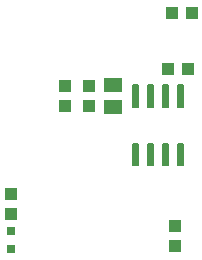
<source format=gbr>
G04 EAGLE Gerber RS-274X export*
G75*
%MOMM*%
%FSLAX34Y34*%
%LPD*%
%INSolderpaste Top*%
%IPPOS*%
%AMOC8*
5,1,8,0,0,1.08239X$1,22.5*%
G01*
%ADD10R,1.100000X1.000000*%
%ADD11R,1.500000X1.300000*%
%ADD12R,1.000000X1.100000*%
%ADD13C,0.147500*%
%ADD14R,0.800000X0.800000*%


D10*
X76215Y65146D03*
X76215Y48146D03*
D11*
X24130Y184760D03*
X24130Y165760D03*
D12*
X3810Y183760D03*
X3810Y166760D03*
D13*
X45393Y134858D02*
X45393Y116632D01*
X40967Y116632D01*
X40967Y134858D01*
X45393Y134858D01*
X45393Y118033D02*
X40967Y118033D01*
X40967Y119434D02*
X45393Y119434D01*
X45393Y120835D02*
X40967Y120835D01*
X40967Y122236D02*
X45393Y122236D01*
X45393Y123637D02*
X40967Y123637D01*
X40967Y125038D02*
X45393Y125038D01*
X45393Y126439D02*
X40967Y126439D01*
X40967Y127840D02*
X45393Y127840D01*
X45393Y129241D02*
X40967Y129241D01*
X40967Y130642D02*
X45393Y130642D01*
X45393Y132043D02*
X40967Y132043D01*
X40967Y133444D02*
X45393Y133444D01*
X45393Y134845D02*
X40967Y134845D01*
X58093Y134858D02*
X58093Y116632D01*
X53667Y116632D01*
X53667Y134858D01*
X58093Y134858D01*
X58093Y118033D02*
X53667Y118033D01*
X53667Y119434D02*
X58093Y119434D01*
X58093Y120835D02*
X53667Y120835D01*
X53667Y122236D02*
X58093Y122236D01*
X58093Y123637D02*
X53667Y123637D01*
X53667Y125038D02*
X58093Y125038D01*
X58093Y126439D02*
X53667Y126439D01*
X53667Y127840D02*
X58093Y127840D01*
X58093Y129241D02*
X53667Y129241D01*
X53667Y130642D02*
X58093Y130642D01*
X58093Y132043D02*
X53667Y132043D01*
X53667Y133444D02*
X58093Y133444D01*
X58093Y134845D02*
X53667Y134845D01*
X70793Y134858D02*
X70793Y116632D01*
X66367Y116632D01*
X66367Y134858D01*
X70793Y134858D01*
X70793Y118033D02*
X66367Y118033D01*
X66367Y119434D02*
X70793Y119434D01*
X70793Y120835D02*
X66367Y120835D01*
X66367Y122236D02*
X70793Y122236D01*
X70793Y123637D02*
X66367Y123637D01*
X66367Y125038D02*
X70793Y125038D01*
X70793Y126439D02*
X66367Y126439D01*
X66367Y127840D02*
X70793Y127840D01*
X70793Y129241D02*
X66367Y129241D01*
X66367Y130642D02*
X70793Y130642D01*
X70793Y132043D02*
X66367Y132043D01*
X66367Y133444D02*
X70793Y133444D01*
X70793Y134845D02*
X66367Y134845D01*
X83493Y134858D02*
X83493Y116632D01*
X79067Y116632D01*
X79067Y134858D01*
X83493Y134858D01*
X83493Y118033D02*
X79067Y118033D01*
X79067Y119434D02*
X83493Y119434D01*
X83493Y120835D02*
X79067Y120835D01*
X79067Y122236D02*
X83493Y122236D01*
X83493Y123637D02*
X79067Y123637D01*
X79067Y125038D02*
X83493Y125038D01*
X83493Y126439D02*
X79067Y126439D01*
X79067Y127840D02*
X83493Y127840D01*
X83493Y129241D02*
X79067Y129241D01*
X79067Y130642D02*
X83493Y130642D01*
X83493Y132043D02*
X79067Y132043D01*
X79067Y133444D02*
X83493Y133444D01*
X83493Y134845D02*
X79067Y134845D01*
X83493Y166132D02*
X83493Y184358D01*
X83493Y166132D02*
X79067Y166132D01*
X79067Y184358D01*
X83493Y184358D01*
X83493Y167533D02*
X79067Y167533D01*
X79067Y168934D02*
X83493Y168934D01*
X83493Y170335D02*
X79067Y170335D01*
X79067Y171736D02*
X83493Y171736D01*
X83493Y173137D02*
X79067Y173137D01*
X79067Y174538D02*
X83493Y174538D01*
X83493Y175939D02*
X79067Y175939D01*
X79067Y177340D02*
X83493Y177340D01*
X83493Y178741D02*
X79067Y178741D01*
X79067Y180142D02*
X83493Y180142D01*
X83493Y181543D02*
X79067Y181543D01*
X79067Y182944D02*
X83493Y182944D01*
X83493Y184345D02*
X79067Y184345D01*
X70793Y184358D02*
X70793Y166132D01*
X66367Y166132D01*
X66367Y184358D01*
X70793Y184358D01*
X70793Y167533D02*
X66367Y167533D01*
X66367Y168934D02*
X70793Y168934D01*
X70793Y170335D02*
X66367Y170335D01*
X66367Y171736D02*
X70793Y171736D01*
X70793Y173137D02*
X66367Y173137D01*
X66367Y174538D02*
X70793Y174538D01*
X70793Y175939D02*
X66367Y175939D01*
X66367Y177340D02*
X70793Y177340D01*
X70793Y178741D02*
X66367Y178741D01*
X66367Y180142D02*
X70793Y180142D01*
X70793Y181543D02*
X66367Y181543D01*
X66367Y182944D02*
X70793Y182944D01*
X70793Y184345D02*
X66367Y184345D01*
X58093Y184358D02*
X58093Y166132D01*
X53667Y166132D01*
X53667Y184358D01*
X58093Y184358D01*
X58093Y167533D02*
X53667Y167533D01*
X53667Y168934D02*
X58093Y168934D01*
X58093Y170335D02*
X53667Y170335D01*
X53667Y171736D02*
X58093Y171736D01*
X58093Y173137D02*
X53667Y173137D01*
X53667Y174538D02*
X58093Y174538D01*
X58093Y175939D02*
X53667Y175939D01*
X53667Y177340D02*
X58093Y177340D01*
X58093Y178741D02*
X53667Y178741D01*
X53667Y180142D02*
X58093Y180142D01*
X58093Y181543D02*
X53667Y181543D01*
X53667Y182944D02*
X58093Y182944D01*
X58093Y184345D02*
X53667Y184345D01*
X45393Y184358D02*
X45393Y166132D01*
X40967Y166132D01*
X40967Y184358D01*
X45393Y184358D01*
X45393Y167533D02*
X40967Y167533D01*
X40967Y168934D02*
X45393Y168934D01*
X45393Y170335D02*
X40967Y170335D01*
X40967Y171736D02*
X45393Y171736D01*
X45393Y173137D02*
X40967Y173137D01*
X40967Y174538D02*
X45393Y174538D01*
X45393Y175939D02*
X40967Y175939D01*
X40967Y177340D02*
X45393Y177340D01*
X45393Y178741D02*
X40967Y178741D01*
X40967Y180142D02*
X45393Y180142D01*
X45393Y181543D02*
X40967Y181543D01*
X40967Y182944D02*
X45393Y182944D01*
X45393Y184345D02*
X40967Y184345D01*
D10*
X70240Y198120D03*
X87240Y198120D03*
D12*
X90415Y245745D03*
X73415Y245745D03*
D10*
X-16510Y183760D03*
X-16510Y166760D03*
X-62230Y75320D03*
X-62230Y92320D03*
D14*
X-62230Y60840D03*
X-62230Y45840D03*
M02*

</source>
